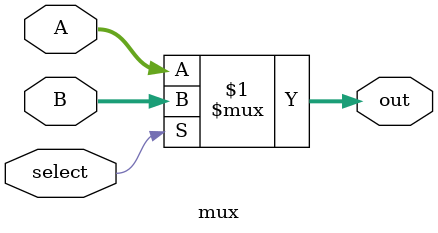
<source format=v>
/*
    *   @author: Shubhayu Das
*/
module mux#(parameter SIZE = 32)(A, B, select, out);

input [SIZE-1:0]A, B;
input select;

output [SIZE-1:0] out;

assign out = select ? B : A;
endmodule
</source>
